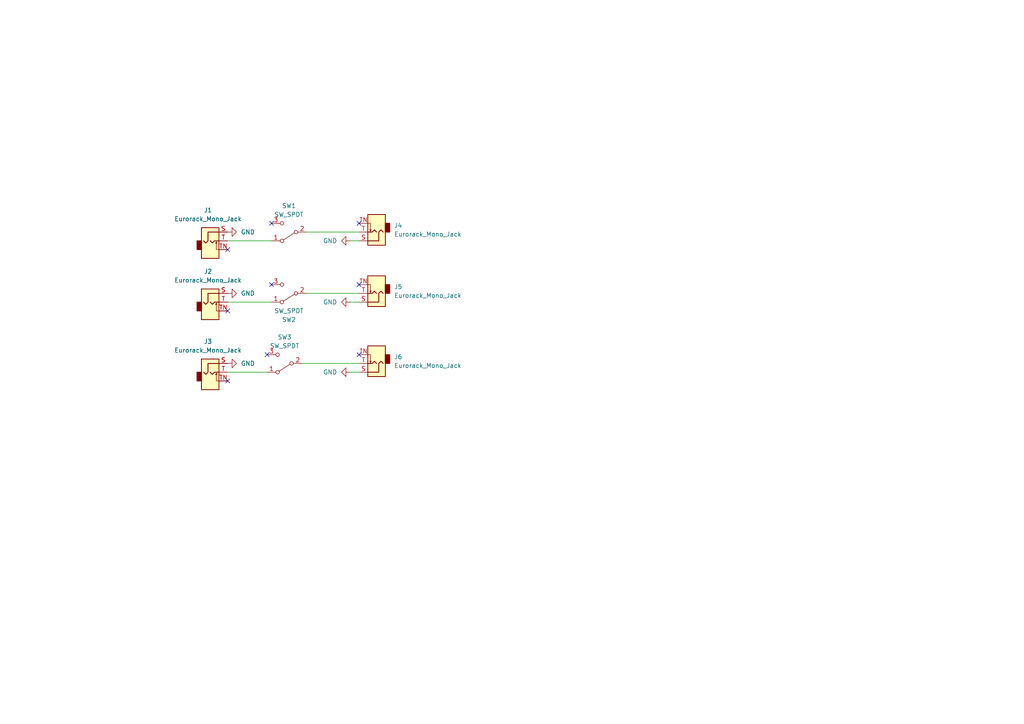
<source format=kicad_sch>
(kicad_sch (version 20230121) (generator eeschema)
  (paper "A4")
  (lib_symbols
    (symbol "Switch:SW_SPDT" (pin_names (offset 0) hide)
      (property "Reference" "SW" (at 0 4.318 0))
      (property "Value" "SW_SPDT" (at 0 -5.08 0))
      (symbol "SW_SPDT_0_0"
        (circle (center -2.032 0) (radius 0.508))
        (circle (center 2.032 -2.54) (radius 0.508))
      )
      (symbol "SW_SPDT_0_1"
        (polyline (pts (xy -1.524 0.254) (xy 1.651 2.286)))
        (circle (center 2.032 2.54) (radius 0.508))
      )
      (symbol "SW_SPDT_1_1"
        (pin passive line (at 5.08 2.54 180) (length 2.54) (name "A") (number "1"))
        (pin passive line (at -5.08 0 0) (length 2.54) (name "B") (number "2"))
        (pin passive line (at 5.08 -2.54 180) (length 2.54) (name "C") (number "3"))
      )
    )
    (symbol "power:GND" (power) (pin_names (offset 0))
      (property "Value" "GND" (at 0 -3.81 0))
      (symbol "GND_0_1"
        (polyline (pts (xy 0 0) (xy 0 -1.27) (xy 1.27 -1.27) (xy 0 -2.54) (xy -1.27 -1.27) (xy 0 -1.27)))
      )
      (symbol "GND_1_1"
        (pin power_in line (at 0 0 270) (length 0) hide (name "GND") (number "1"))
      )
    )
    (symbol "winterbloom:Eurorack_Mono_Jack" (pin_names hide)
      (property "Reference" "J" (at 3.302 -4.064 0))
      (property "Value" "Eurorack_Mono_Jack" (at 0 5.08 0))
      (symbol "Eurorack_Mono_Jack_0_1"
        (rectangle (start -2.54 -5.08) (end 2.54 3.81) (stroke (width 0.254)) (fill (type background)))
        (polyline (pts (xy -1.778 -1.016) (xy -2.032 -0.508)))
        (polyline (pts (xy -2.54 1.27) (xy -1.778 1.27) (xy -1.778 -1.016) (xy -1.524 -0.508)))
        (polyline (pts (xy 0 -1.27) (xy -0.635 -0.635) (xy -1.27 -1.27) (xy -2.54 -1.27)) (stroke (width 0.254)))
        (polyline (pts (xy -2.54 -3.81) (xy 0.635 -3.81) (xy 0.635 -1.27) (xy 1.27 -0.635) (xy 1.905 -1.27)) (stroke (width 0.254)))
        (rectangle (start 2.54 -1.27) (end 3.81 1.27) (stroke (width 0.254)) (fill (type outline)))
      )
      (symbol "Eurorack_Mono_Jack_1_1"
        (pin passive line (at -5.08 -3.81 0) (length 2.54) (name "Sleeve") (number "S"))
        (pin passive line (at -5.08 -1.27 0) (length 2.54) (name "Tip") (number "T"))
        (pin passive line (at -5.08 1.27 0) (length 2.54) (name "Tip_normalize") (number "TN"))
      )
    )
  )
  (no_connect (at 66.04 90.17))
  (no_connect (at 78.74 64.77))
  (no_connect (at 104.14 102.87))
  (no_connect (at 104.14 64.77))
  (no_connect (at 77.47 102.87))
  (no_connect (at 66.04 72.39))
  (no_connect (at 78.74 82.55))
  (no_connect (at 104.14 82.55))
  (no_connect (at 66.04 110.49))
  (wire (pts (xy 88.9 67.31) (xy 104.14 67.31)))
  (wire (pts (xy 104.14 107.95) (xy 101.6 107.95)))
  (wire (pts (xy 66.04 87.63) (xy 78.74 87.63)))
  (wire (pts (xy 88.9 85.09) (xy 104.14 85.09)))
  (wire (pts (xy 104.14 69.85) (xy 101.6 69.85)))
  (wire (pts (xy 66.04 107.95) (xy 77.47 107.95)))
  (wire (pts (xy 104.14 87.63) (xy 101.6 87.63)))
  (wire (pts (xy 66.04 69.85) (xy 78.74 69.85)))
  (wire (pts (xy 87.63 105.41) (xy 104.14 105.41)))
  (symbol (lib_id "power:GND") (at 101.6 87.63 270) (unit 1)
    (property "Reference" "#PWR01" (effects hide))
    (property "Value" "GND" (at 97.79 87.63 90) (effects (justify right)))
  )
  (symbol (lib_id "Switch:SW_SPDT") (at 82.55 105.41 180) (unit 1)
    (property "Reference" "SW3" (at 82.55 97.79 0))
    (property "Value" "SW_SPDT" (at 82.55 100.33 0))
    (property "Footprint" "PCM_4ms_Switch:Switch_Toggle_SPDT_SubMini" (effects hide))
  )
  (symbol (lib_id "winterbloom:Eurorack_Mono_Jack") (at 60.96 71.12 180) (unit 1)
    (property "Reference" "J1" (at 60.325 60.96 0))
    (property "Value" "Eurorack_Mono_Jack" (at 60.325 63.5 0))
    (property "Footprint" "winterbloom:AudioJack_WQP518MA" (effects hide))
    (property "Datasheet" "http://www.qingpu-electronics.com/en/products/WQP-PJ398SM-362.html" (effects hide))
    (property "MPN" "WQP-WQP518MA" (effects hide))
  )
  (symbol (lib_id "power:GND") (at 101.6 69.85 270) (unit 1)
    (property "Reference" "#PWR02" (effects hide))
    (property "Value" "GND" (at 97.79 69.85 90) (effects (justify right)))
  )
  (symbol (lib_id "power:GND") (at 66.04 105.41 90) (unit 1)
    (property "Reference" "#PWR06" (effects hide))
    (property "Value" "GND" (at 69.85 105.41 90) (effects (justify right)))
  )
  (symbol (lib_id "power:GND") (at 66.04 67.31 90) (unit 1)
    (property "Reference" "#PWR04" (effects hide))
    (property "Value" "GND" (at 69.85 67.31 90) (effects (justify right)))
  )
  (symbol (lib_id "Switch:SW_SPDT") (at 83.82 67.31 180) (unit 1)
    (property "Reference" "SW1" (at 83.82 59.69 0))
    (property "Value" "SW_SPDT" (at 83.82 62.23 0))
    (property "Footprint" "PCM_4ms_Switch:Switch_Toggle_SPDT_SubMini" (effects hide))
  )
  (symbol (lib_id "power:GND") (at 66.04 85.09 90) (unit 1)
    (property "Reference" "#PWR05" (effects hide))
    (property "Value" "GND" (at 69.85 85.09 90) (effects (justify right)))
  )
  (symbol (lib_id "winterbloom:Eurorack_Mono_Jack") (at 60.96 88.9 180) (unit 1)
    (property "Reference" "J2" (at 60.325 78.74 0))
    (property "Value" "Eurorack_Mono_Jack" (at 60.325 81.28 0))
    (property "Footprint" "winterbloom:AudioJack_WQP518MA_No_S" (effects hide))
    (property "Datasheet" "http://www.qingpu-electronics.com/en/products/WQP-PJ398SM-362.html" (effects hide))
    (property "MPN" "WQP-WQP518MA" (effects hide))
  )
  (symbol (lib_id "power:GND") (at 101.6 107.95 270) (unit 1)
    (property "Reference" "#PWR03" (effects hide))
    (property "Value" "GND" (at 97.79 107.95 90) (effects (justify right)))
  )
  (symbol (lib_id "Switch:SW_SPDT") (at 83.82 85.09 180) (unit 1)
    (property "Reference" "SW2" (at 83.82 92.71 0))
    (property "Value" "SW_SPDT" (at 83.82 90.17 0))
    (property "Footprint" "PCM_4ms_Switch:Switch_Toggle_SPDT_SubMini" (effects hide))
  )
  (symbol (lib_id "winterbloom:Eurorack_Mono_Jack") (at 109.22 104.14 0) (unit 1)
    (property "Reference" "J6" (at 114.3 103.505 0) (effects (justify left)))
    (property "Value" "Eurorack_Mono_Jack" (at 114.3 106.045 0) (effects (justify left)))
    (property "Footprint" "winterbloom:AudioJack_WQP518MA_No_S" (effects hide))
    (property "Datasheet" "http://www.qingpu-electronics.com/en/products/WQP-PJ398SM-362.html" (effects hide))
    (property "MPN" "WQP-WQP518MA" (effects hide))
  )
  (symbol (lib_id "winterbloom:Eurorack_Mono_Jack") (at 109.22 66.04 0) (unit 1)
    (property "Reference" "J4" (at 114.3 65.405 0) (effects (justify left)))
    (property "Value" "Eurorack_Mono_Jack" (at 114.3 67.945 0) (effects (justify left)))
    (property "Footprint" "winterbloom:AudioJack_WQP518MA_No_S" (effects hide))
    (property "Datasheet" "http://www.qingpu-electronics.com/en/products/WQP-PJ398SM-362.html" (effects hide))
    (property "MPN" "WQP-WQP518MA" (effects hide))
  )
  (symbol (lib_id "winterbloom:Eurorack_Mono_Jack") (at 60.96 109.22 180) (unit 1)
    (property "Reference" "J3" (at 60.325 99.06 0))
    (property "Value" "Eurorack_Mono_Jack" (at 60.325 101.6 0))
    (property "Footprint" "winterbloom:AudioJack_WQP518MA" (effects hide))
    (property "Datasheet" "http://www.qingpu-electronics.com/en/products/WQP-PJ398SM-362.html" (effects hide))
    (property "MPN" "WQP-WQP518MA" (effects hide))
  )
  (symbol (lib_id "winterbloom:Eurorack_Mono_Jack") (at 109.22 83.82 0) (unit 1)
    (property "Reference" "J5" (at 114.3 83.185 0) (effects (justify left)))
    (property "Value" "Eurorack_Mono_Jack" (at 114.3 85.725 0) (effects (justify left)))
    (property "Footprint" "winterbloom:AudioJack_WQP518MA" (effects hide))
    (property "Datasheet" "http://www.qingpu-electronics.com/en/products/WQP-PJ398SM-362.html" (effects hide))
    (property "MPN" "WQP-WQP518MA" (effects hide))
  )
)
</source>
